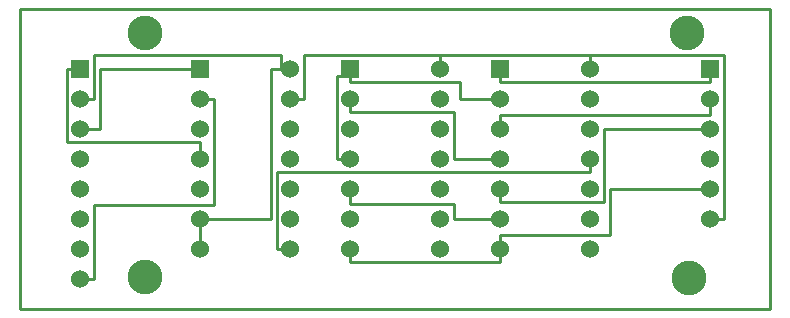
<source format=gbr>
G04 start of page 2 for group 0 idx 0 *
G04 Title: (unknown), top *
G04 Creator: pcb 4.2.2 *
G04 CreationDate: Sun Aug 11 23:19:42 2024 UTC *
G04 For: electronics *
G04 Format: Gerber/RS-274X *
G04 PCB-Dimensions (mil): 2500.00 1000.00 *
G04 PCB-Coordinate-Origin: lower left *
%MOIN*%
%FSLAX25Y25*%
%LNTOP*%
%ADD17C,0.0280*%
%ADD16C,0.0380*%
%ADD15C,0.1100*%
%ADD14C,0.1160*%
%ADD13C,0.0600*%
%ADD12C,0.0001*%
%ADD11C,0.0100*%
G54D11*X0Y100000D02*Y0D01*
Y100000D02*X250000D01*
X0Y0D02*X250000D01*
Y100000D02*Y0D01*
X60000Y55500D02*Y50000D01*
X64500Y70000D02*X60000D01*
X64500D02*Y34500D01*
X83500Y30000D02*X60000D01*
X83500Y80000D02*Y30000D01*
X60000Y30000D02*Y20000D01*
X60000Y55500D02*X15500D01*
X64500Y34500D02*X24500D01*
X60000Y80000D02*X26500D01*
X24500Y70000D02*X20000D01*
X24500Y34500D02*Y10000D01*
X24500Y10000D02*X20000D01*
X15500Y80000D02*Y55500D01*
X20000Y80000D02*X15500D01*
X26500D02*Y60000D01*
X26500Y60000D02*X20000D01*
X24500Y84500D02*Y70000D01*
X86750Y84500D02*X24500D01*
X160000Y20000D02*Y15500D01*
X160000Y15500D02*X110000D01*
Y20000D02*Y15500D01*
X90000Y20000D02*X85500D01*
Y45500D02*Y20000D01*
X160000Y30000D02*X144500D01*
X160000Y40000D02*Y35500D01*
X144500Y35000D02*Y30000D01*
X144500Y35000D02*X110000D01*
Y40000D02*Y35000D01*
X230000Y40000D02*X196500D01*
X234500Y30000D02*X230000D01*
X190000Y50000D02*Y45500D01*
X196500Y40000D02*Y24500D01*
X190000Y84500D02*Y80000D01*
X194500Y60000D02*Y35500D01*
X234500Y84500D02*Y30000D01*
X234500Y84500D02*X190000D01*
X230000Y80000D02*Y75500D01*
X230000Y60000D02*X194500D01*
X230000Y70000D02*Y64500D01*
X196500Y24500D02*X160000D01*
Y20000D01*
X190000Y45500D02*X85500D01*
X194500Y35500D02*X160000D01*
X140000Y84500D02*Y80000D01*
X190000Y84500D02*X140000D01*
X160000Y70000D02*X146500D01*
Y75500D02*Y70000D01*
X160000Y80000D02*Y75500D01*
X160000Y50000D02*X144500D01*
Y65500D02*Y50000D01*
X160000Y64500D02*Y60000D01*
X146500Y75500D02*X110000D01*
X230000D02*X160000D01*
X110000Y70000D02*Y65500D01*
X230000Y64500D02*X160000D01*
X90000Y80000D02*X83500D01*
X140000Y84500D02*X94500D01*
Y70000D01*
X94500Y70000D02*X90000D01*
X86750Y84500D02*Y80000D01*
X110000Y77750D02*X105500D01*
X110000Y80000D02*Y75500D01*
X105500Y77750D02*Y50000D01*
X110000Y50000D02*X105500D01*
X144500Y65500D02*X110000D01*
G54D12*G36*
X227000Y83000D02*Y77000D01*
X233000D01*
Y83000D01*
X227000D01*
G37*
G54D13*X230000Y70000D03*
Y60000D03*
Y50000D03*
Y40000D03*
Y30000D03*
X20000Y50000D03*
Y40000D03*
Y30000D03*
Y20000D03*
G54D12*G36*
X17000Y83000D02*Y77000D01*
X23000D01*
Y83000D01*
X17000D01*
G37*
G54D13*X20000Y70000D03*
Y60000D03*
Y10000D03*
G54D12*G36*
X57000Y83000D02*Y77000D01*
X63000D01*
Y83000D01*
X57000D01*
G37*
G54D13*X60000Y70000D03*
Y60000D03*
Y50000D03*
X90000D03*
Y60000D03*
Y70000D03*
Y80000D03*
G54D12*G36*
X107000Y83000D02*Y77000D01*
X113000D01*
Y83000D01*
X107000D01*
G37*
G54D13*X110000Y70000D03*
X60000Y40000D03*
X90000D03*
X140000D03*
Y50000D03*
X60000Y30000D03*
Y20000D03*
X90000D03*
Y30000D03*
X140000Y20000D03*
Y30000D03*
X110000Y50000D03*
Y40000D03*
Y30000D03*
Y20000D03*
X190000D03*
Y30000D03*
Y40000D03*
Y50000D03*
Y60000D03*
Y70000D03*
Y80000D03*
X110000Y60000D03*
X140000D03*
Y70000D03*
Y80000D03*
G54D12*G36*
X157000Y83000D02*Y77000D01*
X163000D01*
Y83000D01*
X157000D01*
G37*
G54D13*X160000Y70000D03*
Y60000D03*
Y50000D03*
Y40000D03*
Y30000D03*
Y20000D03*
G54D14*X222170Y92069D03*
X222791Y10457D03*
X41464Y10679D03*
Y92132D03*
G54D15*G54D16*G54D17*M02*

</source>
